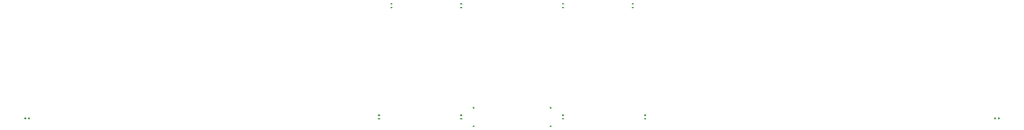
<source format=gbr>
%TF.GenerationSoftware,Altium Limited,Altium Designer,22.5.1 (42)*%
G04 Layer_Color=128*
%FSLAX26Y26*%
%MOIN*%
%TF.SameCoordinates,16E36816-DCA1-4F18-AD40-64303467345E*%
%TF.FilePolarity,Positive*%
%TF.FileFunction,Drillmap*%
%TF.Part,Single*%
G01*
G75*
%TA.AperFunction,NonConductor*%
%ADD59C,0.005000*%
D59*
X4335433Y1663386D02*
X4339370D01*
X4337401Y1661417D02*
Y1665354D01*
X4335433Y1564961D02*
X4339370D01*
X4337401Y1562992D02*
Y1566929D01*
X3928347Y1564961D02*
X3932284D01*
X3930315Y1562992D02*
Y1566929D01*
X3928347Y1663386D02*
X3932284D01*
X3930315Y1661417D02*
Y1665354D01*
X4400787Y1624016D02*
X4404724D01*
X4402756Y1622047D02*
Y1625984D01*
X4400787Y1604331D02*
X4404724D01*
X4402756Y1602362D02*
Y1606299D01*
X3862992Y1604331D02*
X3866929D01*
X3864961Y1602362D02*
Y1606299D01*
X3862992Y1624016D02*
X3866929D01*
X3864961Y1622047D02*
Y1625984D01*
X6681102Y1607480D02*
X6685039D01*
X6683071Y1605512D02*
Y1609449D01*
X4833858Y1624016D02*
X4837795D01*
X4835827Y1622047D02*
Y1625984D01*
X4833858Y1604331D02*
X4837795D01*
X4835827Y1602362D02*
Y1606299D01*
X6700787Y1607480D02*
X6704724D01*
X6702756Y1605512D02*
Y1609449D01*
X1582677Y1607480D02*
X1586614D01*
X1584646Y1605512D02*
Y1609449D01*
X1562992Y1607480D02*
X1566929D01*
X1564961Y1605512D02*
Y1609449D01*
X3429921Y1604331D02*
X3433858D01*
X3431890Y1602362D02*
Y1606299D01*
X3429921Y1624016D02*
X3433858D01*
X3431890Y1622047D02*
Y1625984D01*
X3862992Y2214567D02*
X3866929D01*
X3864961Y2212599D02*
Y2216535D01*
X3862992Y2194882D02*
X3866929D01*
X3864961Y2192913D02*
Y2196850D01*
X4768504Y2194882D02*
X4772441D01*
X4770472Y2192913D02*
Y2196850D01*
X4768504Y2214567D02*
X4772441D01*
X4770472Y2212599D02*
Y2216535D01*
X4400787Y2194882D02*
X4404724D01*
X4402756Y2192913D02*
Y2196850D01*
X4400787Y2214567D02*
X4404724D01*
X4402756Y2212599D02*
Y2216535D01*
X3495276Y2214567D02*
X3499213D01*
X3497244Y2212599D02*
Y2216535D01*
X3495276Y2194882D02*
X3499213D01*
X3497244Y2192913D02*
Y2196850D01*
%TF.MD5,0710e6c75b958e75c6cb96522a013a68*%
M02*

</source>
